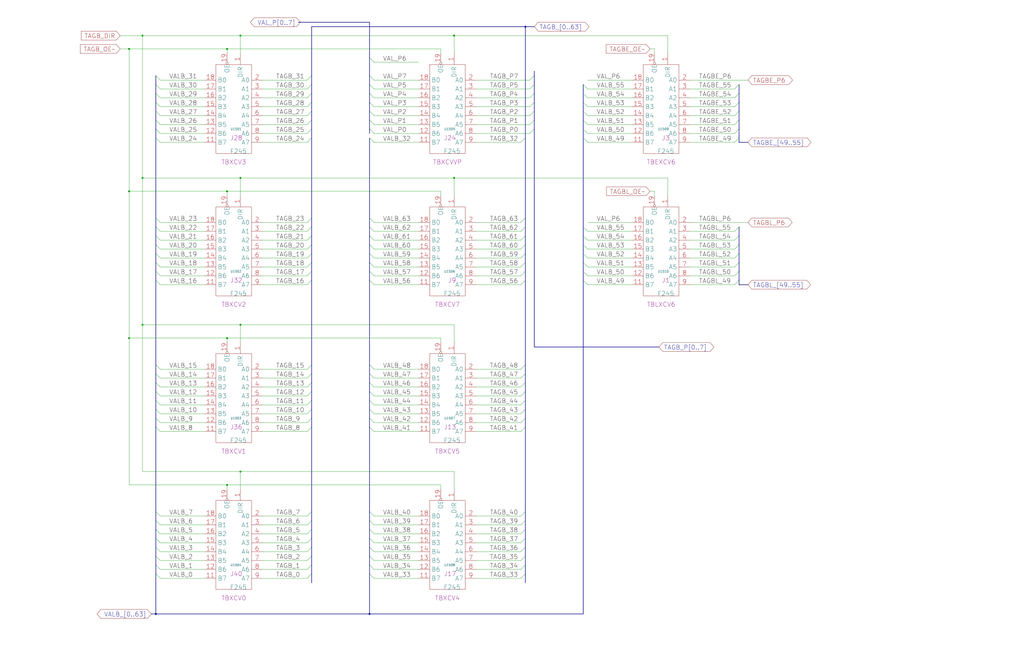
<source format=kicad_sch>
(kicad_sch (version 20230121) (generator eeschema)
  (paper "User" 584.2 378.46)
  (title_block (title "TAG B RAMS\\nTRANSCEIVERS") (date "08-MAR-90") (rev "0.0") (comment 1 "MEM32 BOARD") (comment 2 "232-003066") (comment 3 "S400") (comment 4 "RELEASED"))
  (lib_symbols
    (symbol "r1000:F245" (pin_names (offset 1.016))
      (property "Reference" "U" (at 2.54 5.08 0))
      (property "Value" "F245" (at -3.81 -7.62 0))
      (property "Location" "___" (at -1.27 0 0))
      (property "Name" "______" (at 3.81 -15.24 0))
      (symbol "F245_1_1"
        (rectangle (start -6.35 41.91) (end 13.97 -8.89))
        (circle (center 7.62 42.545) (radius 0.635))
        (pin input line (at 0 48.26 270) (length 6.35) (name "DIR") (number "1"))
        (pin bidirectional line (at 20.32 -2.54 180) (length 6.35) (name "B7") (number "11"))
        (pin bidirectional line (at 20.32 2.54 180) (length 6.35) (name "B6") (number "12"))
        (pin bidirectional line (at 20.32 7.62 180) (length 6.35) (name "B5") (number "13"))
        (pin bidirectional line (at 20.32 12.7 180) (length 6.35) (name "B4") (number "14"))
        (pin bidirectional line (at 20.32 17.78 180) (length 6.35) (name "B3") (number "15"))
        (pin bidirectional line (at 20.32 22.86 180) (length 6.35) (name "B2") (number "16"))
        (pin bidirectional line (at 20.32 27.94 180) (length 6.35) (name "B1") (number "17"))
        (pin bidirectional line (at 20.32 33.02 180) (length 6.35) (name "B0") (number "18"))
        (pin input line (at 7.62 48.26 270) (length 5.08) (name "OE") (number "19"))
        (pin bidirectional line (at -12.7 33.02 0) (length 6.35) (name "A0") (number "2"))
        (pin bidirectional line (at -12.7 27.94 0) (length 6.35) (name "A1") (number "3"))
        (pin bidirectional line (at -12.7 22.86 0) (length 6.35) (name "A2") (number "4"))
        (pin bidirectional line (at -12.7 17.78 0) (length 6.35) (name "A3") (number "5"))
        (pin bidirectional line (at -12.7 12.7 0) (length 6.35) (name "A4") (number "6"))
        (pin bidirectional line (at -12.7 7.62 0) (length 6.35) (name "A5") (number "7"))
        (pin bidirectional line (at -12.7 2.54 0) (length 6.35) (name "A6") (number "8"))
        (pin bidirectional line (at -12.7 -2.54 0) (length 6.35) (name "A7") (number "9"))
      )
    )
  )
  (junction (at 81.28 101.6))
  (junction (at 81.28 185.42))
  (junction (at 88.9 350.52))
  (junction (at 137.16 20.32))
  (junction (at 259.08 20.32))
  (junction (at 129.54 276.86))
  (junction (at 210.82 350.52))
  (junction (at 137.16 269.24))
  (junction (at 81.28 20.32))
  (junction (at 259.08 101.6))
  (junction (at 129.54 109.22))
  (junction (at 129.54 193.04))
  (junction (at 73.66 193.04))
  (junction (at 129.54 27.94))
  (junction (at 137.16 101.6))
  (junction (at 73.66 27.94))
  (junction (at 73.66 109.22))
  (junction (at 137.16 185.42))
  (junction (at 299.72 15.24))
  (bus_entry (at 421.64 149.86) (size -2.54 2.54))
  (bus_entry (at 88.9 129.54) (size 2.54 2.54))
  (bus_entry (at 177.8 327.66) (size -2.54 2.54))
  (bus_entry (at 299.72 144.78) (size -2.54 2.54))
  (bus_entry (at 210.82 33.02) (size 2.54 2.54))
  (bus_entry (at 332.74 149.86) (size 2.54 2.54))
  (bus_entry (at 177.8 297.18) (size -2.54 2.54))
  (bus_entry (at 177.8 124.46) (size -2.54 2.54))
  (bus_entry (at 210.82 154.94) (size 2.54 2.54))
  (bus_entry (at 332.74 58.42) (size 2.54 2.54))
  (bus_entry (at 177.8 213.36) (size -2.54 2.54))
  (bus_entry (at 210.82 160.02) (size 2.54 2.54))
  (bus_entry (at 88.9 243.84) (size 2.54 2.54))
  (bus_entry (at 332.74 78.74) (size 2.54 2.54))
  (bus_entry (at 299.72 223.52) (size -2.54 2.54))
  (bus_entry (at 210.82 48.26) (size 2.54 2.54))
  (bus_entry (at 177.8 238.76) (size -2.54 2.54))
  (bus_entry (at 304.8 53.34) (size -2.54 2.54))
  (bus_entry (at 88.9 53.34) (size 2.54 2.54))
  (bus_entry (at 210.82 228.6) (size 2.54 2.54))
  (bus_entry (at 177.8 144.78) (size -2.54 2.54))
  (bus_entry (at 332.74 129.54) (size 2.54 2.54))
  (bus_entry (at 304.8 48.26) (size -2.54 2.54))
  (bus_entry (at 421.64 78.74) (size -2.54 2.54))
  (bus_entry (at 177.8 233.68) (size -2.54 2.54))
  (bus_entry (at 210.82 317.5) (size 2.54 2.54))
  (bus_entry (at 177.8 53.34) (size -2.54 2.54))
  (bus_entry (at 177.8 134.62) (size -2.54 2.54))
  (bus_entry (at 299.72 297.18) (size -2.54 2.54))
  (bus_entry (at 421.64 63.5) (size -2.54 2.54))
  (bus_entry (at 299.72 218.44) (size -2.54 2.54))
  (bus_entry (at 210.82 292.1) (size 2.54 2.54))
  (bus_entry (at 210.82 322.58) (size 2.54 2.54))
  (bus_entry (at 421.64 53.34) (size -2.54 2.54))
  (bus_entry (at 88.9 149.86) (size 2.54 2.54))
  (bus_entry (at 332.74 73.66) (size 2.54 2.54))
  (bus_entry (at 88.9 208.28) (size 2.54 2.54))
  (bus_entry (at 177.8 312.42) (size -2.54 2.54))
  (bus_entry (at 88.9 124.46) (size 2.54 2.54))
  (bus_entry (at 88.9 312.42) (size 2.54 2.54))
  (bus_entry (at 88.9 302.26) (size 2.54 2.54))
  (bus_entry (at 299.72 149.86) (size -2.54 2.54))
  (bus_entry (at 177.8 43.18) (size -2.54 2.54))
  (bus_entry (at 88.9 233.68) (size 2.54 2.54))
  (bus_entry (at 177.8 149.86) (size -2.54 2.54))
  (bus_entry (at 421.64 144.78) (size -2.54 2.54))
  (bus_entry (at 304.8 68.58) (size -2.54 2.54))
  (bus_entry (at 210.82 139.7) (size 2.54 2.54))
  (bus_entry (at 299.72 154.94) (size -2.54 2.54))
  (bus_entry (at 88.9 134.62) (size 2.54 2.54))
  (bus_entry (at 210.82 243.84) (size 2.54 2.54))
  (bus_entry (at 88.9 160.02) (size 2.54 2.54))
  (bus_entry (at 332.74 48.26) (size 2.54 2.54))
  (bus_entry (at 177.8 322.58) (size -2.54 2.54))
  (bus_entry (at 88.9 307.34) (size 2.54 2.54))
  (bus_entry (at 177.8 160.02) (size -2.54 2.54))
  (bus_entry (at 210.82 78.74) (size 2.54 2.54))
  (bus_entry (at 88.9 68.58) (size 2.54 2.54))
  (bus_entry (at 299.72 322.58) (size -2.54 2.54))
  (bus_entry (at 88.9 327.66) (size 2.54 2.54))
  (bus_entry (at 210.82 297.18) (size 2.54 2.54))
  (bus_entry (at 88.9 43.18) (size 2.54 2.54))
  (bus_entry (at 421.64 139.7) (size -2.54 2.54))
  (bus_entry (at 177.8 154.94) (size -2.54 2.54))
  (bus_entry (at 177.8 218.44) (size -2.54 2.54))
  (bus_entry (at 332.74 63.5) (size 2.54 2.54))
  (bus_entry (at 88.9 218.44) (size 2.54 2.54))
  (bus_entry (at 299.72 292.1) (size -2.54 2.54))
  (bus_entry (at 332.74 144.78) (size 2.54 2.54))
  (bus_entry (at 88.9 48.26) (size 2.54 2.54))
  (bus_entry (at 210.82 43.18) (size 2.54 2.54))
  (bus_entry (at 299.72 228.6) (size -2.54 2.54))
  (bus_entry (at 421.64 134.62) (size -2.54 2.54))
  (bus_entry (at 210.82 68.58) (size 2.54 2.54))
  (bus_entry (at 177.8 48.26) (size -2.54 2.54))
  (bus_entry (at 177.8 307.34) (size -2.54 2.54))
  (bus_entry (at 332.74 68.58) (size 2.54 2.54))
  (bus_entry (at 304.8 73.66) (size -2.54 2.54))
  (bus_entry (at 210.82 63.5) (size 2.54 2.54))
  (bus_entry (at 210.82 218.44) (size 2.54 2.54))
  (bus_entry (at 210.82 129.54) (size 2.54 2.54))
  (bus_entry (at 421.64 48.26) (size -2.54 2.54))
  (bus_entry (at 421.64 160.02) (size -2.54 2.54))
  (bus_entry (at 210.82 208.28) (size 2.54 2.54))
  (bus_entry (at 177.8 292.1) (size -2.54 2.54))
  (bus_entry (at 332.74 154.94) (size 2.54 2.54))
  (bus_entry (at 177.8 243.84) (size -2.54 2.54))
  (bus_entry (at 304.8 58.42) (size -2.54 2.54))
  (bus_entry (at 299.72 317.5) (size -2.54 2.54))
  (bus_entry (at 88.9 154.94) (size 2.54 2.54))
  (bus_entry (at 210.82 149.86) (size 2.54 2.54))
  (bus_entry (at 299.72 139.7) (size -2.54 2.54))
  (bus_entry (at 88.9 58.42) (size 2.54 2.54))
  (bus_entry (at 88.9 238.76) (size 2.54 2.54))
  (bus_entry (at 88.9 223.52) (size 2.54 2.54))
  (bus_entry (at 210.82 144.78) (size 2.54 2.54))
  (bus_entry (at 304.8 43.18) (size -2.54 2.54))
  (bus_entry (at 304.8 63.5) (size -2.54 2.54))
  (bus_entry (at 332.74 53.34) (size 2.54 2.54))
  (bus_entry (at 210.82 58.42) (size 2.54 2.54))
  (bus_entry (at 299.72 213.36) (size -2.54 2.54))
  (bus_entry (at 88.9 78.74) (size 2.54 2.54))
  (bus_entry (at 88.9 317.5) (size 2.54 2.54))
  (bus_entry (at 299.72 312.42) (size -2.54 2.54))
  (bus_entry (at 88.9 297.18) (size 2.54 2.54))
  (bus_entry (at 299.72 307.34) (size -2.54 2.54))
  (bus_entry (at 299.72 129.54) (size -2.54 2.54))
  (bus_entry (at 299.72 302.26) (size -2.54 2.54))
  (bus_entry (at 299.72 238.76) (size -2.54 2.54))
  (bus_entry (at 177.8 73.66) (size -2.54 2.54))
  (bus_entry (at 177.8 228.6) (size -2.54 2.54))
  (bus_entry (at 210.82 302.26) (size 2.54 2.54))
  (bus_entry (at 88.9 144.78) (size 2.54 2.54))
  (bus_entry (at 299.72 160.02) (size -2.54 2.54))
  (bus_entry (at 88.9 63.5) (size 2.54 2.54))
  (bus_entry (at 177.8 317.5) (size -2.54 2.54))
  (bus_entry (at 299.72 134.62) (size -2.54 2.54))
  (bus_entry (at 332.74 139.7) (size 2.54 2.54))
  (bus_entry (at 210.82 53.34) (size 2.54 2.54))
  (bus_entry (at 177.8 208.28) (size -2.54 2.54))
  (bus_entry (at 88.9 139.7) (size 2.54 2.54))
  (bus_entry (at 88.9 228.6) (size 2.54 2.54))
  (bus_entry (at 177.8 68.58) (size -2.54 2.54))
  (bus_entry (at 210.82 124.46) (size 2.54 2.54))
  (bus_entry (at 299.72 327.66) (size -2.54 2.54))
  (bus_entry (at 299.72 233.68) (size -2.54 2.54))
  (bus_entry (at 210.82 73.66) (size 2.54 2.54))
  (bus_entry (at 210.82 327.66) (size 2.54 2.54))
  (bus_entry (at 210.82 233.68) (size 2.54 2.54))
  (bus_entry (at 421.64 129.54) (size -2.54 2.54))
  (bus_entry (at 88.9 292.1) (size 2.54 2.54))
  (bus_entry (at 421.64 73.66) (size -2.54 2.54))
  (bus_entry (at 421.64 58.42) (size -2.54 2.54))
  (bus_entry (at 332.74 160.02) (size 2.54 2.54))
  (bus_entry (at 88.9 213.36) (size 2.54 2.54))
  (bus_entry (at 210.82 134.62) (size 2.54 2.54))
  (bus_entry (at 177.8 139.7) (size -2.54 2.54))
  (bus_entry (at 421.64 154.94) (size -2.54 2.54))
  (bus_entry (at 177.8 78.74) (size -2.54 2.54))
  (bus_entry (at 299.72 124.46) (size -2.54 2.54))
  (bus_entry (at 210.82 238.76) (size 2.54 2.54))
  (bus_entry (at 210.82 223.52) (size 2.54 2.54))
  (bus_entry (at 299.72 243.84) (size -2.54 2.54))
  (bus_entry (at 299.72 208.28) (size -2.54 2.54))
  (bus_entry (at 177.8 63.5) (size -2.54 2.54))
  (bus_entry (at 177.8 129.54) (size -2.54 2.54))
  (bus_entry (at 332.74 134.62) (size 2.54 2.54))
  (bus_entry (at 210.82 307.34) (size 2.54 2.54))
  (bus_entry (at 177.8 58.42) (size -2.54 2.54))
  (bus_entry (at 177.8 302.26) (size -2.54 2.54))
  (bus_entry (at 88.9 322.58) (size 2.54 2.54))
  (bus_entry (at 210.82 213.36) (size 2.54 2.54))
  (bus_entry (at 210.82 312.42) (size 2.54 2.54))
  (bus_entry (at 88.9 73.66) (size 2.54 2.54))
  (bus_entry (at 177.8 223.52) (size -2.54 2.54))
  (bus_entry (at 299.72 78.74) (size -2.54 2.54))
  (bus_entry (at 421.64 68.58) (size -2.54 2.54))
  (bus (pts (xy 210.82 124.46) (xy 210.82 129.54)))
  (bus (pts (xy 210.82 218.44) (xy 210.82 223.52)))
  (bus (pts (xy 421.64 63.5) (xy 421.64 68.58)))
  (wire (pts (xy 91.44 147.32) (xy 116.84 147.32)))
  (wire (pts (xy 73.66 27.94) (xy 129.54 27.94)))
  (bus (pts (xy 299.72 302.26) (xy 299.72 307.34)))
  (wire (pts (xy 91.44 50.8) (xy 116.84 50.8)))
  (wire (pts (xy 271.78 147.32) (xy 297.18 147.32)))
  (bus (pts (xy 299.72 322.58) (xy 299.72 327.66)))
  (wire (pts (xy 213.36 241.3) (xy 238.76 241.3)))
  (bus (pts (xy 177.8 228.6) (xy 177.8 233.68)))
  (wire (pts (xy 137.16 185.42) (xy 137.16 195.58)))
  (wire (pts (xy 213.36 210.82) (xy 238.76 210.82)))
  (bus (pts (xy 88.9 243.84) (xy 88.9 292.1)))
  (wire (pts (xy 271.78 157.48) (xy 297.18 157.48)))
  (bus (pts (xy 210.82 63.5) (xy 210.82 68.58)))
  (bus (pts (xy 210.82 33.02) (xy 210.82 43.18)))
  (wire (pts (xy 335.28 127) (xy 360.68 127)))
  (bus (pts (xy 299.72 228.6) (xy 299.72 233.68)))
  (wire (pts (xy 259.08 185.42) (xy 259.08 195.58)))
  (wire (pts (xy 149.86 55.88) (xy 175.26 55.88)))
  (bus (pts (xy 299.72 317.5) (xy 299.72 322.58)))
  (wire (pts (xy 73.66 193.04) (xy 129.54 193.04)))
  (bus (pts (xy 421.64 154.94) (xy 421.64 160.02)))
  (wire (pts (xy 271.78 60.96) (xy 302.26 60.96)))
  (bus (pts (xy 88.9 213.36) (xy 88.9 218.44)))
  (wire (pts (xy 149.86 304.8) (xy 175.26 304.8)))
  (wire (pts (xy 251.46 109.22) (xy 251.46 111.76)))
  (wire (pts (xy 335.28 157.48) (xy 360.68 157.48)))
  (bus (pts (xy 88.9 160.02) (xy 88.9 208.28)))
  (wire (pts (xy 213.36 236.22) (xy 238.76 236.22)))
  (wire (pts (xy 149.86 325.12) (xy 175.26 325.12)))
  (wire (pts (xy 129.54 193.04) (xy 251.46 193.04)))
  (wire (pts (xy 91.44 325.12) (xy 116.84 325.12)))
  (bus (pts (xy 421.64 160.02) (xy 421.64 162.56)))
  (wire (pts (xy 137.16 185.42) (xy 259.08 185.42)))
  (bus (pts (xy 177.8 149.86) (xy 177.8 154.94)))
  (bus (pts (xy 299.72 78.74) (xy 299.72 124.46)))
  (bus (pts (xy 88.9 218.44) (xy 88.9 223.52)))
  (wire (pts (xy 149.86 157.48) (xy 175.26 157.48)))
  (bus (pts (xy 177.8 297.18) (xy 177.8 302.26)))
  (wire (pts (xy 149.86 320.04) (xy 175.26 320.04)))
  (wire (pts (xy 137.16 101.6) (xy 137.16 111.76)))
  (bus (pts (xy 177.8 233.68) (xy 177.8 238.76)))
  (wire (pts (xy 149.86 132.08) (xy 175.26 132.08)))
  (bus (pts (xy 304.8 53.34) (xy 304.8 58.42)))
  (wire (pts (xy 91.44 231.14) (xy 116.84 231.14)))
  (wire (pts (xy 91.44 55.88) (xy 116.84 55.88)))
  (wire (pts (xy 335.28 142.24) (xy 360.68 142.24)))
  (wire (pts (xy 149.86 236.22) (xy 175.26 236.22)))
  (bus (pts (xy 332.74 53.34) (xy 332.74 58.42)))
  (bus (pts (xy 332.74 68.58) (xy 332.74 73.66)))
  (wire (pts (xy 213.36 60.96) (xy 238.76 60.96)))
  (wire (pts (xy 271.78 241.3) (xy 297.18 241.3)))
  (bus (pts (xy 177.8 134.62) (xy 177.8 139.7)))
  (wire (pts (xy 91.44 304.8) (xy 116.84 304.8)))
  (wire (pts (xy 335.28 45.72) (xy 360.68 45.72)))
  (wire (pts (xy 129.54 109.22) (xy 251.46 109.22)))
  (bus (pts (xy 421.64 129.54) (xy 421.64 134.62)))
  (bus (pts (xy 177.8 139.7) (xy 177.8 144.78)))
  (wire (pts (xy 271.78 325.12) (xy 297.18 325.12)))
  (wire (pts (xy 213.36 325.12) (xy 238.76 325.12)))
  (bus (pts (xy 210.82 312.42) (xy 210.82 317.5)))
  (wire (pts (xy 149.86 220.98) (xy 175.26 220.98)))
  (wire (pts (xy 213.36 157.48) (xy 238.76 157.48)))
  (bus (pts (xy 88.9 322.58) (xy 88.9 327.66)))
  (bus (pts (xy 210.82 12.7) (xy 210.82 33.02)))
  (bus (pts (xy 332.74 139.7) (xy 332.74 144.78)))
  (wire (pts (xy 129.54 193.04) (xy 129.54 195.58)))
  (bus (pts (xy 88.9 149.86) (xy 88.9 154.94)))
  (wire (pts (xy 213.36 220.98) (xy 238.76 220.98)))
  (bus (pts (xy 177.8 312.42) (xy 177.8 317.5)))
  (wire (pts (xy 213.36 294.64) (xy 238.76 294.64)))
  (bus (pts (xy 177.8 15.24) (xy 177.8 43.18)))
  (bus (pts (xy 299.72 15.24) (xy 304.8 15.24)))
  (wire (pts (xy 259.08 101.6) (xy 137.16 101.6)))
  (wire (pts (xy 381 101.6) (xy 381 111.76)))
  (wire (pts (xy 213.36 127) (xy 238.76 127)))
  (bus (pts (xy 421.64 68.58) (xy 421.64 73.66)))
  (wire (pts (xy 213.36 81.28) (xy 238.76 81.28)))
  (wire (pts (xy 81.28 101.6) (xy 81.28 185.42)))
  (bus (pts (xy 210.82 228.6) (xy 210.82 233.68)))
  (bus (pts (xy 210.82 243.84) (xy 210.82 292.1)))
  (wire (pts (xy 393.7 76.2) (xy 419.1 76.2)))
  (wire (pts (xy 149.86 246.38) (xy 175.26 246.38)))
  (wire (pts (xy 335.28 162.56) (xy 360.68 162.56)))
  (wire (pts (xy 91.44 71.12) (xy 116.84 71.12)))
  (wire (pts (xy 271.78 215.9) (xy 297.18 215.9)))
  (wire (pts (xy 259.08 20.32) (xy 137.16 20.32)))
  (wire (pts (xy 271.78 142.24) (xy 297.18 142.24)))
  (wire (pts (xy 149.86 231.14) (xy 175.26 231.14)))
  (bus (pts (xy 299.72 124.46) (xy 299.72 129.54)))
  (bus (pts (xy 177.8 223.52) (xy 177.8 228.6)))
  (wire (pts (xy 213.36 71.12) (xy 238.76 71.12)))
  (bus (pts (xy 88.9 208.28) (xy 88.9 213.36)))
  (bus (pts (xy 177.8 53.34) (xy 177.8 58.42)))
  (wire (pts (xy 259.08 20.32) (xy 259.08 30.48)))
  (bus (pts (xy 88.9 307.34) (xy 88.9 312.42)))
  (bus (pts (xy 210.82 134.62) (xy 210.82 139.7)))
  (bus (pts (xy 177.8 124.46) (xy 177.8 129.54)))
  (bus (pts (xy 210.82 307.34) (xy 210.82 312.42)))
  (wire (pts (xy 259.08 20.32) (xy 381 20.32)))
  (wire (pts (xy 335.28 147.32) (xy 360.68 147.32)))
  (bus (pts (xy 332.74 149.86) (xy 332.74 154.94)))
  (bus (pts (xy 304.8 68.58) (xy 304.8 73.66)))
  (wire (pts (xy 259.08 101.6) (xy 259.08 111.76)))
  (bus (pts (xy 421.64 81.28) (xy 426.72 81.28)))
  (wire (pts (xy 393.7 71.12) (xy 419.1 71.12)))
  (bus (pts (xy 210.82 129.54) (xy 210.82 134.62)))
  (wire (pts (xy 213.36 50.8) (xy 238.76 50.8)))
  (wire (pts (xy 271.78 294.64) (xy 297.18 294.64)))
  (bus (pts (xy 88.9 228.6) (xy 88.9 233.68)))
  (bus (pts (xy 88.9 124.46) (xy 88.9 129.54)))
  (bus (pts (xy 304.8 43.18) (xy 304.8 48.26)))
  (bus (pts (xy 332.74 144.78) (xy 332.74 149.86)))
  (bus (pts (xy 299.72 134.62) (xy 299.72 139.7)))
  (wire (pts (xy 213.36 320.04) (xy 238.76 320.04)))
  (bus (pts (xy 332.74 63.5) (xy 332.74 68.58)))
  (bus (pts (xy 421.64 78.74) (xy 421.64 81.28)))
  (wire (pts (xy 149.86 81.28) (xy 175.26 81.28)))
  (wire (pts (xy 91.44 309.88) (xy 116.84 309.88)))
  (wire (pts (xy 271.78 132.08) (xy 297.18 132.08)))
  (wire (pts (xy 81.28 185.42) (xy 137.16 185.42)))
  (wire (pts (xy 271.78 314.96) (xy 297.18 314.96)))
  (wire (pts (xy 271.78 246.38) (xy 297.18 246.38)))
  (wire (pts (xy 91.44 137.16) (xy 116.84 137.16)))
  (wire (pts (xy 271.78 210.82) (xy 297.18 210.82)))
  (wire (pts (xy 129.54 276.86) (xy 129.54 279.4)))
  (wire (pts (xy 91.44 210.82) (xy 116.84 210.82)))
  (bus (pts (xy 88.9 58.42) (xy 88.9 63.5)))
  (wire (pts (xy 393.7 45.72) (xy 426.72 45.72)))
  (wire (pts (xy 251.46 193.04) (xy 251.46 195.58)))
  (wire (pts (xy 91.44 142.24) (xy 116.84 142.24)))
  (wire (pts (xy 271.78 71.12) (xy 302.26 71.12)))
  (bus (pts (xy 88.9 292.1) (xy 88.9 297.18)))
  (wire (pts (xy 91.44 60.96) (xy 116.84 60.96)))
  (bus (pts (xy 299.72 243.84) (xy 299.72 292.1)))
  (wire (pts (xy 393.7 55.88) (xy 419.1 55.88)))
  (wire (pts (xy 393.7 162.56) (xy 419.1 162.56)))
  (bus (pts (xy 88.9 312.42) (xy 88.9 317.5)))
  (wire (pts (xy 271.78 320.04) (xy 297.18 320.04)))
  (wire (pts (xy 271.78 220.98) (xy 297.18 220.98)))
  (wire (pts (xy 271.78 162.56) (xy 297.18 162.56)))
  (wire (pts (xy 91.44 81.28) (xy 116.84 81.28)))
  (wire (pts (xy 271.78 127) (xy 297.18 127)))
  (bus (pts (xy 177.8 144.78) (xy 177.8 149.86)))
  (bus (pts (xy 304.8 73.66) (xy 304.8 198.12)))
  (bus (pts (xy 210.82 327.66) (xy 210.82 350.52)))
  (wire (pts (xy 213.36 314.96) (xy 238.76 314.96)))
  (bus (pts (xy 177.8 68.58) (xy 177.8 73.66)))
  (bus (pts (xy 210.82 48.26) (xy 210.82 53.34)))
  (wire (pts (xy 373.38 109.22) (xy 373.38 111.76)))
  (wire (pts (xy 213.36 132.08) (xy 238.76 132.08)))
  (wire (pts (xy 149.86 142.24) (xy 175.26 142.24)))
  (bus (pts (xy 299.72 129.54) (xy 299.72 134.62)))
  (bus (pts (xy 88.9 129.54) (xy 88.9 134.62)))
  (wire (pts (xy 251.46 276.86) (xy 129.54 276.86)))
  (bus (pts (xy 210.82 53.34) (xy 210.82 58.42)))
  (wire (pts (xy 91.44 241.3) (xy 116.84 241.3)))
  (wire (pts (xy 91.44 294.64) (xy 116.84 294.64)))
  (wire (pts (xy 91.44 299.72) (xy 116.84 299.72)))
  (bus (pts (xy 210.82 149.86) (xy 210.82 154.94)))
  (bus (pts (xy 299.72 223.52) (xy 299.72 228.6)))
  (wire (pts (xy 213.36 299.72) (xy 238.76 299.72)))
  (bus (pts (xy 177.8 302.26) (xy 177.8 307.34)))
  (bus (pts (xy 88.9 48.26) (xy 88.9 53.34)))
  (wire (pts (xy 149.86 152.4) (xy 175.26 152.4)))
  (wire (pts (xy 393.7 81.28) (xy 419.1 81.28)))
  (bus (pts (xy 210.82 68.58) (xy 210.82 73.66)))
  (wire (pts (xy 91.44 162.56) (xy 116.84 162.56)))
  (wire (pts (xy 73.66 109.22) (xy 73.66 27.94)))
  (bus (pts (xy 421.64 144.78) (xy 421.64 149.86)))
  (wire (pts (xy 213.36 147.32) (xy 238.76 147.32)))
  (wire (pts (xy 129.54 109.22) (xy 129.54 111.76)))
  (wire (pts (xy 129.54 276.86) (xy 73.66 276.86)))
  (bus (pts (xy 332.74 129.54) (xy 332.74 134.62)))
  (bus (pts (xy 88.9 68.58) (xy 88.9 73.66)))
  (bus (pts (xy 421.64 73.66) (xy 421.64 78.74)))
  (bus (pts (xy 210.82 160.02) (xy 210.82 208.28)))
  (wire (pts (xy 271.78 330.2) (xy 297.18 330.2)))
  (bus (pts (xy 177.8 327.66) (xy 177.8 332.74)))
  (wire (pts (xy 91.44 76.2) (xy 116.84 76.2)))
  (wire (pts (xy 149.86 299.72) (xy 175.26 299.72)))
  (bus (pts (xy 170.18 12.7) (xy 210.82 12.7)))
  (wire (pts (xy 213.36 152.4) (xy 238.76 152.4)))
  (bus (pts (xy 210.82 292.1) (xy 210.82 297.18)))
  (wire (pts (xy 370.84 27.94) (xy 373.38 27.94)))
  (wire (pts (xy 393.7 127) (xy 426.72 127)))
  (bus (pts (xy 210.82 322.58) (xy 210.82 327.66)))
  (wire (pts (xy 271.78 152.4) (xy 297.18 152.4)))
  (bus (pts (xy 304.8 63.5) (xy 304.8 68.58)))
  (wire (pts (xy 393.7 147.32) (xy 419.1 147.32)))
  (bus (pts (xy 299.72 297.18) (xy 299.72 302.26)))
  (wire (pts (xy 381 20.32) (xy 381 30.48)))
  (bus (pts (xy 177.8 243.84) (xy 177.8 292.1)))
  (wire (pts (xy 335.28 132.08) (xy 360.68 132.08)))
  (bus (pts (xy 299.72 327.66) (xy 299.72 332.74)))
  (bus (pts (xy 177.8 317.5) (xy 177.8 322.58)))
  (bus (pts (xy 210.82 144.78) (xy 210.82 149.86)))
  (wire (pts (xy 149.86 215.9) (xy 175.26 215.9)))
  (bus (pts (xy 86.36 350.52) (xy 88.9 350.52)))
  (bus (pts (xy 88.9 302.26) (xy 88.9 307.34)))
  (wire (pts (xy 149.86 137.16) (xy 175.26 137.16)))
  (wire (pts (xy 393.7 152.4) (xy 419.1 152.4)))
  (bus (pts (xy 88.9 327.66) (xy 88.9 350.52)))
  (wire (pts (xy 335.28 55.88) (xy 360.68 55.88)))
  (wire (pts (xy 137.16 20.32) (xy 81.28 20.32)))
  (wire (pts (xy 271.78 55.88) (xy 302.26 55.88)))
  (wire (pts (xy 271.78 66.04) (xy 302.26 66.04)))
  (bus (pts (xy 177.8 78.74) (xy 177.8 124.46)))
  (wire (pts (xy 149.86 76.2) (xy 175.26 76.2)))
  (bus (pts (xy 210.82 213.36) (xy 210.82 218.44)))
  (wire (pts (xy 68.58 20.32) (xy 81.28 20.32)))
  (bus (pts (xy 177.8 154.94) (xy 177.8 160.02)))
  (bus (pts (xy 88.9 144.78) (xy 88.9 149.86)))
  (bus (pts (xy 299.72 154.94) (xy 299.72 160.02)))
  (wire (pts (xy 149.86 45.72) (xy 175.26 45.72)))
  (bus (pts (xy 177.8 292.1) (xy 177.8 297.18)))
  (bus (pts (xy 421.64 149.86) (xy 421.64 154.94)))
  (wire (pts (xy 393.7 157.48) (xy 419.1 157.48)))
  (wire (pts (xy 393.7 60.96) (xy 419.1 60.96)))
  (bus (pts (xy 299.72 208.28) (xy 299.72 213.36)))
  (wire (pts (xy 251.46 27.94) (xy 251.46 30.48)))
  (bus (pts (xy 88.9 134.62) (xy 88.9 139.7)))
  (bus (pts (xy 332.74 154.94) (xy 332.74 160.02)))
  (bus (pts (xy 88.9 238.76) (xy 88.9 243.84)))
  (wire (pts (xy 91.44 66.04) (xy 116.84 66.04)))
  (wire (pts (xy 91.44 226.06) (xy 116.84 226.06)))
  (wire (pts (xy 335.28 66.04) (xy 360.68 66.04)))
  (bus (pts (xy 177.8 208.28) (xy 177.8 213.36)))
  (bus (pts (xy 88.9 53.34) (xy 88.9 58.42)))
  (bus (pts (xy 210.82 73.66) (xy 210.82 76.2)))
  (bus (pts (xy 177.8 129.54) (xy 177.8 134.62)))
  (wire (pts (xy 129.54 27.94) (xy 129.54 30.48)))
  (wire (pts (xy 271.78 76.2) (xy 302.26 76.2)))
  (wire (pts (xy 137.16 101.6) (xy 81.28 101.6)))
  (bus (pts (xy 177.8 63.5) (xy 177.8 68.58)))
  (bus (pts (xy 210.82 43.18) (xy 210.82 48.26)))
  (wire (pts (xy 149.86 127) (xy 175.26 127)))
  (bus (pts (xy 299.72 149.86) (xy 299.72 154.94)))
  (wire (pts (xy 335.28 60.96) (xy 360.68 60.96)))
  (wire (pts (xy 213.36 76.2) (xy 238.76 76.2)))
  (bus (pts (xy 210.82 78.74) (xy 210.82 124.46)))
  (wire (pts (xy 91.44 157.48) (xy 116.84 157.48)))
  (bus (pts (xy 210.82 58.42) (xy 210.82 63.5)))
  (wire (pts (xy 91.44 127) (xy 116.84 127)))
  (bus (pts (xy 88.9 139.7) (xy 88.9 144.78)))
  (wire (pts (xy 73.66 276.86) (xy 73.66 193.04)))
  (bus (pts (xy 210.82 223.52) (xy 210.82 228.6)))
  (bus (pts (xy 332.74 78.74) (xy 332.74 129.54)))
  (bus (pts (xy 304.8 198.12) (xy 375.92 198.12)))
  (wire (pts (xy 271.78 226.06) (xy 297.18 226.06)))
  (wire (pts (xy 271.78 231.14) (xy 297.18 231.14)))
  (wire (pts (xy 149.86 66.04) (xy 175.26 66.04)))
  (bus (pts (xy 299.72 213.36) (xy 299.72 218.44)))
  (bus (pts (xy 421.64 48.26) (xy 421.64 53.34)))
  (wire (pts (xy 149.86 60.96) (xy 175.26 60.96)))
  (bus (pts (xy 177.8 307.34) (xy 177.8 312.42)))
  (bus (pts (xy 88.9 154.94) (xy 88.9 160.02)))
  (bus (pts (xy 177.8 160.02) (xy 177.8 208.28)))
  (wire (pts (xy 213.36 304.8) (xy 238.76 304.8)))
  (bus (pts (xy 332.74 350.52) (xy 210.82 350.52)))
  (bus (pts (xy 299.72 218.44) (xy 299.72 223.52)))
  (bus (pts (xy 421.64 53.34) (xy 421.64 58.42)))
  (bus (pts (xy 88.9 297.18) (xy 88.9 302.26)))
  (wire (pts (xy 149.86 330.2) (xy 175.26 330.2)))
  (bus (pts (xy 177.8 15.24) (xy 299.72 15.24)))
  (bus (pts (xy 304.8 48.26) (xy 304.8 53.34)))
  (wire (pts (xy 149.86 309.88) (xy 175.26 309.88)))
  (bus (pts (xy 210.82 297.18) (xy 210.82 302.26)))
  (wire (pts (xy 137.16 269.24) (xy 259.08 269.24)))
  (bus (pts (xy 88.9 233.68) (xy 88.9 238.76)))
  (bus (pts (xy 88.9 317.5) (xy 88.9 322.58)))
  (bus (pts (xy 421.64 134.62) (xy 421.64 139.7)))
  (wire (pts (xy 213.36 162.56) (xy 238.76 162.56)))
  (wire (pts (xy 149.86 50.8) (xy 175.26 50.8)))
  (bus (pts (xy 299.72 139.7) (xy 299.72 144.78)))
  (bus (pts (xy 332.74 73.66) (xy 332.74 78.74)))
  (wire (pts (xy 91.44 236.22) (xy 116.84 236.22)))
  (bus (pts (xy 210.82 208.28) (xy 210.82 213.36)))
  (bus (pts (xy 332.74 134.62) (xy 332.74 139.7)))
  (wire (pts (xy 335.28 50.8) (xy 360.68 50.8)))
  (wire (pts (xy 335.28 81.28) (xy 360.68 81.28)))
  (wire (pts (xy 393.7 137.16) (xy 419.1 137.16)))
  (wire (pts (xy 213.36 246.38) (xy 238.76 246.38)))
  (wire (pts (xy 149.86 314.96) (xy 175.26 314.96)))
  (bus (pts (xy 332.74 160.02) (xy 332.74 350.52)))
  (wire (pts (xy 91.44 45.72) (xy 116.84 45.72)))
  (bus (pts (xy 299.72 233.68) (xy 299.72 238.76)))
  (wire (pts (xy 213.36 226.06) (xy 238.76 226.06)))
  (bus (pts (xy 88.9 63.5) (xy 88.9 68.58)))
  (bus (pts (xy 421.64 58.42) (xy 421.64 63.5)))
  (wire (pts (xy 137.16 269.24) (xy 137.16 279.4)))
  (wire (pts (xy 91.44 215.9) (xy 116.84 215.9)))
  (bus (pts (xy 299.72 144.78) (xy 299.72 149.86)))
  (wire (pts (xy 213.36 215.9) (xy 238.76 215.9)))
  (bus (pts (xy 88.9 78.74) (xy 88.9 124.46)))
  (wire (pts (xy 149.86 210.82) (xy 175.26 210.82)))
  (bus (pts (xy 332.74 58.42) (xy 332.74 63.5)))
  (wire (pts (xy 271.78 137.16) (xy 297.18 137.16)))
  (wire (pts (xy 213.36 142.24) (xy 238.76 142.24)))
  (bus (pts (xy 210.82 302.26) (xy 210.82 307.34)))
  (bus (pts (xy 332.74 48.26) (xy 332.74 53.34)))
  (wire (pts (xy 271.78 299.72) (xy 297.18 299.72)))
  (wire (pts (xy 213.36 66.04) (xy 238.76 66.04)))
  (wire (pts (xy 213.36 309.88) (xy 238.76 309.88)))
  (bus (pts (xy 210.82 154.94) (xy 210.82 160.02)))
  (wire (pts (xy 91.44 132.08) (xy 116.84 132.08)))
  (wire (pts (xy 213.36 137.16) (xy 238.76 137.16)))
  (bus (pts (xy 177.8 238.76) (xy 177.8 243.84)))
  (bus (pts (xy 177.8 322.58) (xy 177.8 327.66)))
  (wire (pts (xy 393.7 50.8) (xy 419.1 50.8)))
  (bus (pts (xy 421.64 162.56) (xy 426.72 162.56)))
  (wire (pts (xy 81.28 269.24) (xy 137.16 269.24)))
  (bus (pts (xy 177.8 48.26) (xy 177.8 53.34)))
  (wire (pts (xy 271.78 309.88) (xy 297.18 309.88)))
  (wire (pts (xy 213.36 55.88) (xy 238.76 55.88)))
  (wire (pts (xy 68.58 27.94) (xy 73.66 27.94)))
  (bus (pts (xy 210.82 238.76) (xy 210.82 243.84)))
  (bus (pts (xy 299.72 307.34) (xy 299.72 312.42)))
  (wire (pts (xy 129.54 27.94) (xy 251.46 27.94)))
  (wire (pts (xy 213.36 35.56) (xy 238.76 35.56)))
  (bus (pts (xy 304.8 58.42) (xy 304.8 63.5)))
  (wire (pts (xy 381 101.6) (xy 259.08 101.6)))
  (wire (pts (xy 137.16 20.32) (xy 137.16 30.48)))
  (bus (pts (xy 299.72 160.02) (xy 299.72 208.28)))
  (bus (pts (xy 299.72 292.1) (xy 299.72 297.18)))
  (wire (pts (xy 91.44 246.38) (xy 116.84 246.38)))
  (wire (pts (xy 370.84 109.22) (xy 373.38 109.22)))
  (bus (pts (xy 177.8 218.44) (xy 177.8 223.52)))
  (bus (pts (xy 210.82 317.5) (xy 210.82 322.58)))
  (wire (pts (xy 271.78 236.22) (xy 297.18 236.22)))
  (wire (pts (xy 213.36 330.2) (xy 238.76 330.2)))
  (bus (pts (xy 210.82 139.7) (xy 210.82 144.78)))
  (wire (pts (xy 213.36 45.72) (xy 238.76 45.72)))
  (wire (pts (xy 213.36 231.14) (xy 238.76 231.14)))
  (wire (pts (xy 393.7 132.08) (xy 419.1 132.08)))
  (wire (pts (xy 149.86 226.06) (xy 175.26 226.06)))
  (wire (pts (xy 91.44 220.98) (xy 116.84 220.98)))
  (wire (pts (xy 91.44 330.2) (xy 116.84 330.2)))
  (bus (pts (xy 210.82 233.68) (xy 210.82 238.76)))
  (wire (pts (xy 271.78 45.72) (xy 302.26 45.72)))
  (wire (pts (xy 149.86 162.56) (xy 175.26 162.56)))
  (bus (pts (xy 88.9 73.66) (xy 88.9 78.74)))
  (wire (pts (xy 335.28 152.4) (xy 360.68 152.4)))
  (wire (pts (xy 271.78 304.8) (xy 297.18 304.8)))
  (wire (pts (xy 91.44 320.04) (xy 116.84 320.04)))
  (wire (pts (xy 393.7 142.24) (xy 419.1 142.24)))
  (wire (pts (xy 149.86 147.32) (xy 175.26 147.32)))
  (wire (pts (xy 81.28 185.42) (xy 81.28 269.24)))
  (bus (pts (xy 299.72 15.24) (xy 299.72 78.74)))
  (bus (pts (xy 421.64 139.7) (xy 421.64 144.78)))
  (wire (pts (xy 259.08 269.24) (xy 259.08 279.4)))
  (wire (pts (xy 91.44 314.96) (xy 116.84 314.96)))
  (wire (pts (xy 373.38 27.94) (xy 373.38 30.48)))
  (wire (pts (xy 73.66 193.04) (xy 73.66 109.22)))
  (wire (pts (xy 271.78 81.28) (xy 297.18 81.28)))
  (bus (pts (xy 177.8 43.18) (xy 177.8 48.26)))
  (wire (pts (xy 149.86 241.3) (xy 175.26 241.3)))
  (wire (pts (xy 393.7 66.04) (xy 419.1 66.04)))
  (bus (pts (xy 88.9 43.18) (xy 88.9 48.26)))
  (wire (pts (xy 149.86 294.64) (xy 175.26 294.64)))
  (bus (pts (xy 88.9 350.52) (xy 210.82 350.52)))
  (wire (pts (xy 149.86 71.12) (xy 175.26 71.12)))
  (wire (pts (xy 73.66 109.22) (xy 129.54 109.22)))
  (bus (pts (xy 304.8 40.64) (xy 304.8 43.18)))
  (bus (pts (xy 299.72 312.42) (xy 299.72 317.5)))
  (wire (pts (xy 335.28 76.2) (xy 360.68 76.2)))
  (wire (pts (xy 91.44 152.4) (xy 116.84 152.4)))
  (bus (pts (xy 177.8 73.66) (xy 177.8 78.74)))
  (bus (pts (xy 177.8 58.42) (xy 177.8 63.5)))
  (wire (pts (xy 81.28 20.32) (xy 81.28 101.6)))
  (bus (pts (xy 88.9 223.52) (xy 88.9 228.6)))
  (wire (pts (xy 251.46 276.86) (xy 251.46 279.4)))
  (bus (pts (xy 177.8 213.36) (xy 177.8 218.44)))
  (bus (pts (xy 299.72 238.76) (xy 299.72 243.84)))
  (wire (pts (xy 271.78 50.8) (xy 302.26 50.8)))
  (wire (pts (xy 335.28 71.12) (xy 360.68 71.12)))
  (wire (pts (xy 335.28 137.16) (xy 360.68 137.16)))
  (label "VALB_51" (at 340.36 71.12 0) (effects (font (size 2.54 2.54))))
  (label "TAGB_42" (at 279.4 241.3 0) (effects (font (size 2.54 2.54))))
  (label "TAGB_44" (at 279.4 231.14 0) (effects (font (size 2.54 2.54))))
  (label "TAGBE_54" (at 398.78 55.88 0) (effects (font (size 2.54 2.54))))
  (label "TAGB_61" (at 279.4 137.16 0) (effects (font (size 2.54 2.54))))
  (label "VALB_5" (at 96.52 304.8 0) (effects (font (size 2.54 2.54))))
  (label "VALB_34" (at 218.44 325.12 0) (effects (font (size 2.54 2.54))))
  (label "TAGB_11" (at 157.48 231.14 0) (effects (font (size 2.54 2.54))))
  (label "VALB_11" (at 96.52 231.14 0) (effects (font (size 2.54 2.54))))
  (label "TAGB_1" (at 157.48 325.12 0) (effects (font (size 2.54 2.54))))
  (label "TAGB_38" (at 279.4 304.8 0) (effects (font (size 2.54 2.54))))
  (label "VALB_54" (at 340.36 55.88 0) (effects (font (size 2.54 2.54))))
  (label "VALB_29" (at 96.52 55.88 0) (effects (font (size 2.54 2.54))))
  (label "TAGB_9" (at 157.48 241.3 0) (effects (font (size 2.54 2.54))))
  (label "VALB_31" (at 96.52 45.72 0) (effects (font (size 2.54 2.54))))
  (label "VAL_P5" (at 218.44 50.8 0) (effects (font (size 2.54 2.54))))
  (label "TAGB_P1" (at 279.4 71.12 0) (effects (font (size 2.54 2.54))))
  (label "VALB_59" (at 218.44 147.32 0) (effects (font (size 2.54 2.54))))
  (label "TAGB_21" (at 157.48 137.16 0) (effects (font (size 2.54 2.54))))
  (label "TAGB_20" (at 157.48 142.24 0) (effects (font (size 2.54 2.54))))
  (label "VALB_10" (at 96.52 236.22 0) (effects (font (size 2.54 2.54))))
  (label "VALB_46" (at 218.44 220.98 0) (effects (font (size 2.54 2.54))))
  (label "VALB_58" (at 218.44 152.4 0) (effects (font (size 2.54 2.54))))
  (label "TAGBL_53" (at 398.78 142.24 0) (effects (font (size 2.54 2.54))))
  (label "VAL_P1" (at 218.44 71.12 0) (effects (font (size 2.54 2.54))))
  (label "VALB_37" (at 218.44 309.88 0) (effects (font (size 2.54 2.54))))
  (label "VALB_50" (at 340.36 76.2 0) (effects (font (size 2.54 2.54))))
  (label "TAGB_57" (at 279.4 157.48 0) (effects (font (size 2.54 2.54))))
  (label "VALB_33" (at 218.44 330.2 0) (effects (font (size 2.54 2.54))))
  (label "TAGB_62" (at 279.4 132.08 0) (effects (font (size 2.54 2.54))))
  (label "VAL_P4" (at 218.44 55.88 0) (effects (font (size 2.54 2.54))))
  (label "TAGB_56" (at 279.4 162.56 0) (effects (font (size 2.54 2.54))))
  (label "VALB_13" (at 96.52 220.98 0) (effects (font (size 2.54 2.54))))
  (label "TAGBE_55" (at 398.78 50.8 0) (effects (font (size 2.54 2.54))))
  (label "VALB_21" (at 96.52 137.16 0) (effects (font (size 2.54 2.54))))
  (label "TAGB_12" (at 157.48 226.06 0) (effects (font (size 2.54 2.54))))
  (label "TAGB_P7" (at 279.4 45.72 0) (effects (font (size 2.54 2.54))))
  (label "TAGB_2" (at 157.48 320.04 0) (effects (font (size 2.54 2.54))))
  (label "TAGB_30" (at 157.48 50.8 0) (effects (font (size 2.54 2.54))))
  (label "TAGB_48" (at 279.4 210.82 0) (effects (font (size 2.54 2.54))))
  (label "VALB_24" (at 96.52 81.28 0) (effects (font (size 2.54 2.54))))
  (label "TAGB_6" (at 157.48 299.72 0) (effects (font (size 2.54 2.54))))
  (label "TAGB_26" (at 157.48 71.12 0) (effects (font (size 2.54 2.54))))
  (label "VALB_44" (at 218.44 231.14 0) (effects (font (size 2.54 2.54))))
  (label "TAGB_10" (at 157.48 236.22 0) (effects (font (size 2.54 2.54))))
  (label "TAGB_45" (at 279.4 226.06 0) (effects (font (size 2.54 2.54))))
  (label "TAGB_P5" (at 279.4 50.8 0) (effects (font (size 2.54 2.54))))
  (label "VALB_12" (at 96.52 226.06 0) (effects (font (size 2.54 2.54))))
  (label "TAGB_18" (at 157.48 152.4 0) (effects (font (size 2.54 2.54))))
  (label "TAGB_24" (at 157.48 81.28 0) (effects (font (size 2.54 2.54))))
  (label "TAGB_40" (at 279.4 294.64 0) (effects (font (size 2.54 2.54))))
  (label "TAGB_34" (at 279.4 325.12 0) (effects (font (size 2.54 2.54))))
  (label "TAGB_23" (at 157.48 127 0) (effects (font (size 2.54 2.54))))
  (label "VALB_22" (at 96.52 132.08 0) (effects (font (size 2.54 2.54))))
  (label "VAL_P6" (at 340.36 45.72 0) (effects (font (size 2.54 2.54))))
  (label "VALB_2" (at 96.52 320.04 0) (effects (font (size 2.54 2.54))))
  (label "TAGB_46" (at 279.4 220.98 0) (effects (font (size 2.54 2.54))))
  (label "TAGBL_50" (at 398.78 157.48 0) (effects (font (size 2.54 2.54))))
  (label "VAL_P0" (at 218.44 76.2 0) (effects (font (size 2.54 2.54))))
  (label "VALB_41" (at 218.44 246.38 0) (effects (font (size 2.54 2.54))))
  (label "VALB_27" (at 96.52 66.04 0) (effects (font (size 2.54 2.54))))
  (label "VALB_6" (at 96.52 299.72 0) (effects (font (size 2.54 2.54))))
  (label "TAGB_41" (at 279.4 246.38 0) (effects (font (size 2.54 2.54))))
  (label "VALB_8" (at 96.52 246.38 0) (effects (font (size 2.54 2.54))))
  (label "TAGB_35" (at 279.4 320.04 0) (effects (font (size 2.54 2.54))))
  (label "VALB_52" (at 340.36 147.32 0) (effects (font (size 2.54 2.54))))
  (label "VALB_47" (at 218.44 215.9 0) (effects (font (size 2.54 2.54))))
  (label "TAGB_60" (at 279.4 142.24 0) (effects (font (size 2.54 2.54))))
  (label "TAGB_39" (at 279.4 299.72 0) (effects (font (size 2.54 2.54))))
  (label "TAGB_5" (at 157.48 304.8 0) (effects (font (size 2.54 2.54))))
  (label "VALB_19" (at 96.52 147.32 0) (effects (font (size 2.54 2.54))))
  (label "VALB_39" (at 218.44 299.72 0) (effects (font (size 2.54 2.54))))
  (label "TAGB_15" (at 157.48 210.82 0) (effects (font (size 2.54 2.54))))
  (label "VALB_23" (at 96.52 127 0) (effects (font (size 2.54 2.54))))
  (label "TAGB_0" (at 157.48 330.2 0) (effects (font (size 2.54 2.54))))
  (label "TAGBL_P6" (at 398.78 127 0) (effects (font (size 2.54 2.54))))
  (label "VALB_63" (at 218.44 127 0) (effects (font (size 2.54 2.54))))
  (label "VALB_56" (at 218.44 162.56 0) (effects (font (size 2.54 2.54))))
  (label "VAL_P6" (at 218.44 35.56 0) (effects (font (size 2.54 2.54))))
  (label "VALB_49" (at 340.36 162.56 0) (effects (font (size 2.54 2.54))))
  (label "VALB_0" (at 96.52 330.2 0) (effects (font (size 2.54 2.54))))
  (label "TAGB_63" (at 279.4 127 0) (effects (font (size 2.54 2.54))))
  (label "TAGB_25" (at 157.48 76.2 0) (effects (font (size 2.54 2.54))))
  (label "VALB_62" (at 218.44 132.08 0) (effects (font (size 2.54 2.54))))
  (label "VALB_51" (at 340.36 152.4 0) (effects (font (size 2.54 2.54))))
  (label "TAGB_31" (at 157.48 45.72 0) (effects (font (size 2.54 2.54))))
  (label "VALB_53" (at 340.36 60.96 0) (effects (font (size 2.54 2.54))))
  (label "VALB_15" (at 96.52 210.82 0) (effects (font (size 2.54 2.54))))
  (label "VAL_P7" (at 218.44 45.72 0) (effects (font (size 2.54 2.54))))
  (label "VALB_35" (at 218.44 320.04 0) (effects (font (size 2.54 2.54))))
  (label "TAGBE_52" (at 398.78 66.04 0) (effects (font (size 2.54 2.54))))
  (label "VALB_36" (at 218.44 314.96 0) (effects (font (size 2.54 2.54))))
  (label "VALB_32" (at 218.44 81.28 0) (effects (font (size 2.54 2.54))))
  (label "TAGB_47" (at 279.4 215.9 0) (effects (font (size 2.54 2.54))))
  (label "TAGB_33" (at 279.4 330.2 0) (effects (font (size 2.54 2.54))))
  (label "TAGBL_55" (at 398.78 132.08 0) (effects (font (size 2.54 2.54))))
  (label "VALB_26" (at 96.52 71.12 0) (effects (font (size 2.54 2.54))))
  (label "VALB_38" (at 218.44 304.8 0) (effects (font (size 2.54 2.54))))
  (label "TAGB_59" (at 279.4 147.32 0) (effects (font (size 2.54 2.54))))
  (label "VALB_45" (at 218.44 226.06 0) (effects (font (size 2.54 2.54))))
  (label "VALB_20" (at 96.52 142.24 0) (effects (font (size 2.54 2.54))))
  (label "TAGBL_52" (at 398.78 147.32 0) (effects (font (size 2.54 2.54))))
  (label "VALB_57" (at 218.44 157.48 0) (effects (font (size 2.54 2.54))))
  (label "VALB_53" (at 340.36 142.24 0) (effects (font (size 2.54 2.54))))
  (label "VALB_52" (at 340.36 66.04 0) (effects (font (size 2.54 2.54))))
  (label "VALB_28" (at 96.52 60.96 0) (effects (font (size 2.54 2.54))))
  (label "VALB_49" (at 340.36 81.28 0) (effects (font (size 2.54 2.54))))
  (label "TAGB_8" (at 157.48 246.38 0) (effects (font (size 2.54 2.54))))
  (label "VALB_25" (at 96.52 76.2 0) (effects (font (size 2.54 2.54))))
  (label "TAGB_P2" (at 279.4 66.04 0) (effects (font (size 2.54 2.54))))
  (label "VALB_55" (at 340.36 132.08 0) (effects (font (size 2.54 2.54))))
  (label "VALB_30" (at 96.52 50.8 0) (effects (font (size 2.54 2.54))))
  (label "TAGB_P3" (at 279.4 60.96 0) (effects (font (size 2.54 2.54))))
  (label "TAGBE_53" (at 398.78 60.96 0) (effects (font (size 2.54 2.54))))
  (label "TAGB_37" (at 279.4 309.88 0) (effects (font (size 2.54 2.54))))
  (label "VALB_3" (at 96.52 314.96 0) (effects (font (size 2.54 2.54))))
  (label "VALB_14" (at 96.52 215.9 0) (effects (font (size 2.54 2.54))))
  (label "TAGB_32" (at 279.4 81.28 0) (effects (font (size 2.54 2.54))))
  (label "TAGB_3" (at 157.48 314.96 0) (effects (font (size 2.54 2.54))))
  (label "TAGBL_54" (at 398.78 137.16 0) (effects (font (size 2.54 2.54))))
  (label "TAGB_13" (at 157.48 220.98 0) (effects (font (size 2.54 2.54))))
  (label "TAGB_28" (at 157.48 60.96 0) (effects (font (size 2.54 2.54))))
  (label "VALB_42" (at 218.44 241.3 0) (effects (font (size 2.54 2.54))))
  (label "TAGB_36" (at 279.4 314.96 0) (effects (font (size 2.54 2.54))))
  (label "TAGB_14" (at 157.48 215.9 0) (effects (font (size 2.54 2.54))))
  (label "TAGB_4" (at 157.48 309.88 0) (effects (font (size 2.54 2.54))))
  (label "TAGB_22" (at 157.48 132.08 0) (effects (font (size 2.54 2.54))))
  (label "TAGBE_51" (at 398.78 71.12 0) (effects (font (size 2.54 2.54))))
  (label "VALB_18" (at 96.52 152.4 0) (effects (font (size 2.54 2.54))))
  (label "TAGB_P4" (at 279.4 55.88 0) (effects (font (size 2.54 2.54))))
  (label "VAL_P6" (at 340.36 127 0) (effects (font (size 2.54 2.54))))
  (label "TAGB_P0" (at 279.4 76.2 0) (effects (font (size 2.54 2.54))))
  (label "TAGB_17" (at 157.48 157.48 0) (effects (font (size 2.54 2.54))))
  (label "VALB_43" (at 218.44 236.22 0) (effects (font (size 2.54 2.54))))
  (label "VAL_P2" (at 218.44 66.04 0) (effects (font (size 2.54 2.54))))
  (label "VALB_9" (at 96.52 241.3 0) (effects (font (size 2.54 2.54))))
  (label "TAGBE_49" (at 398.78 81.28 0) (effects (font (size 2.54 2.54))))
  (label "VAL_P3" (at 218.44 60.96 0) (effects (font (size 2.54 2.54))))
  (label "VALB_54" (at 340.36 137.16 0) (effects (font (size 2.54 2.54))))
  (label "TAGB_16" (at 157.48 162.56 0) (effects (font (size 2.54 2.54))))
  (label "VALB_48" (at 218.44 210.82 0) (effects (font (size 2.54 2.54))))
  (label "TAGBL_49" (at 398.78 162.56 0) (effects (font (size 2.54 2.54))))
  (label "TAGBE_50" (at 398.78 76.2 0) (effects (font (size 2.54 2.54))))
  (label "TAGB_27" (at 157.48 66.04 0) (effects (font (size 2.54 2.54))))
  (label "VALB_7" (at 96.52 294.64 0) (effects (font (size 2.54 2.54))))
  (label "TAGB_43" (at 279.4 236.22 0) (effects (font (size 2.54 2.54))))
  (label "VALB_4" (at 96.52 309.88 0) (effects (font (size 2.54 2.54))))
  (label "VALB_60" (at 218.44 142.24 0) (effects (font (size 2.54 2.54))))
  (label "TAGB_7" (at 157.48 294.64 0) (effects (font (size 2.54 2.54))))
  (label "VALB_50" (at 340.36 157.48 0) (effects (font (size 2.54 2.54))))
  (label "VALB_40" (at 218.44 294.64 0) (effects (font (size 2.54 2.54))))
  (label "VALB_16" (at 96.52 162.56 0) (effects (font (size 2.54 2.54))))
  (label "VALB_1" (at 96.52 325.12 0) (effects (font (size 2.54 2.54))))
  (label "TAGB_19" (at 157.48 147.32 0) (effects (font (size 2.54 2.54))))
  (label "TAGB_58" (at 279.4 152.4 0) (effects (font (size 2.54 2.54))))
  (label "VALB_55" (at 340.36 50.8 0) (effects (font (size 2.54 2.54))))
  (label "TAGB_29" (at 157.48 55.88 0) (effects (font (size 2.54 2.54))))
  (label "TAGBE_P6" (at 398.78 45.72 0) (effects (font (size 2.54 2.54))))
  (label "VALB_17" (at 96.52 157.48 0) (effects (font (size 2.54 2.54))))
  (label "VALB_61" (at 218.44 137.16 0) (effects (font (size 2.54 2.54))))
  (label "TAGBL_51" (at 398.78 152.4 0) (effects (font (size 2.54 2.54))))
  (global_label "TAGBL_P6" (shape bidirectional) (at 426.72 127 0) (effects (font (size 2.54 2.54))) (property "Intersheetrefs" "${INTERSHEET_REFS}" (at 449.326 126.8413 0) (effects (font (size 1.905 1.905)) (justify left))))
  (global_label "TAGB_[0..63]" (shape bidirectional) (at 304.8 15.24 0) (effects (font (size 2.54 2.54))) (property "Intersheetrefs" "${INTERSHEET_REFS}" (at 333.4536 15.0813 0) (effects (font (size 1.905 1.905)) (justify left))))
  (global_label "TAGBE_P6" (shape bidirectional) (at 426.72 45.72 0) (effects (font (size 2.54 2.54))) (property "Intersheetrefs" "${INTERSHEET_REFS}" (at 449.5679 45.5613 0) (effects (font (size 1.905 1.905)) (justify left))))
  (global_label "VAL_P[0..7]" (shape bidirectional) (at 171.4094 12.7 180) (effects (font (size 2.54 2.54))) (property "Intersheetrefs" "${INTERSHEET_REFS}" (at 145.0539 12.5413 0) (effects (font (size 1.905 1.905)) (justify right))))
  (global_label "VALB_[0..63]" (shape bidirectional) (at 86.36 350.52 180) (effects (font (size 2.54 2.54))) (property "Intersheetrefs" "${INTERSHEET_REFS}" (at 57.9483 350.3613 0) (effects (font (size 1.905 1.905)) (justify right))))
  (global_label "TAGBL_[49..55]" (shape bidirectional) (at 426.72 162.56 0) (effects (font (size 2.54 2.54))) (property "Intersheetrefs" "${INTERSHEET_REFS}" (at 459.8489 162.4013 0) (effects (font (size 1.905 1.905)) (justify left))))
  (global_label "TAGB_OE~" (shape input) (at 68.58 27.94 180) (effects (font (size 2.54 2.54))) (property "Intersheetrefs" "${INTERSHEET_REFS}" (at 46.2159 27.7813 0) (effects (font (size 1.905 1.905)) (justify right))))
  (global_label "TAGBE_OE~" (shape input) (at 370.84 27.94 180) (effects (font (size 2.54 2.54))) (property "Intersheetrefs" "${INTERSHEET_REFS}" (at 346.1778 27.7813 0) (effects (font (size 1.905 1.905)) (justify right))))
  (global_label "TAGB_P[0..7]" (shape bidirectional) (at 375.92 198.12 0) (effects (font (size 2.54 2.54))) (property "Intersheetrefs" "${INTERSHEET_REFS}" (at 404.6946 197.9613 0) (effects (font (size 1.905 1.905)) (justify left))))
  (global_label "TAGB_DIR" (shape input) (at 68.58 20.32 180) (effects (font (size 2.54 2.54))) (property "Intersheetrefs" "${INTERSHEET_REFS}" (at 46.6997 20.1613 0) (effects (font (size 1.905 1.905)) (justify right))))
  (global_label "TAGBE_[49..55]" (shape bidirectional) (at 426.72 81.28 0) (effects (font (size 2.54 2.54))) (property "Intersheetrefs" "${INTERSHEET_REFS}" (at 460.0908 81.1213 0) (effects (font (size 1.905 1.905)) (justify left))))
  (global_label "TAGBL_OE~" (shape input) (at 370.84 109.22 180) (effects (font (size 2.54 2.54))) (property "Intersheetrefs" "${INTERSHEET_REFS}" (at 346.4197 109.0613 0) (effects (font (size 1.905 1.905)) (justify right))))
  (symbol (lib_id "r1000:F245") (at 259.08 160.02 0) (mirror y) (unit 1)
    (property "Reference" "U1506" (at 256.54 154.94 0))
    (property "Value" "F245" (at 262.89 167.64 0) (effects (font (size 2.54 2.54)) (justify left)))
    (property "Location" "J9" (at 260.35 160.02 0) (effects (font (size 2.54 2.54)) (justify left)))
    (property "Name" "TBXCV7" (at 255.27 175.26 0) (effects (font (size 2.54 2.54)) (justify bottom)))
  )
  (symbol (lib_id "r1000:F245") (at 137.16 243.84 0) (mirror y) (unit 1)
    (property "Reference" "U1503" (at 134.62 238.76 0))
    (property "Value" "F245" (at 140.97 251.46 0) (effects (font (size 2.54 2.54)) (justify left)))
    (property "Location" "J36" (at 138.43 243.84 0) (effects (font (size 2.54 2.54)) (justify left)))
    (property "Name" "TBXCV1" (at 133.35 259.08 0) (effects (font (size 2.54 2.54)) (justify bottom)))
  )
  (symbol (lib_id "r1000:F245") (at 137.16 327.66 0) (mirror y) (unit 1)
    (property "Reference" "U1504" (at 134.62 322.58 0))
    (property "Value" "F245" (at 140.97 335.28 0) (effects (font (size 2.54 2.54)) (justify left)))
    (property "Location" "J40" (at 138.43 327.66 0) (effects (font (size 2.54 2.54)) (justify left)))
    (property "Name" "TBXCV0" (at 133.35 342.9 0) (effects (font (size 2.54 2.54)) (justify bottom)))
  )
  (symbol (lib_id "r1000:F245") (at 137.16 78.74 0) (mirror y) (unit 1)
    (property "Reference" "U1501" (at 134.62 73.66 0))
    (property "Value" "F245" (at 140.97 86.36 0) (effects (font (size 2.54 2.54)) (justify left)))
    (property "Location" "J28" (at 138.43 78.74 0) (effects (font (size 2.54 2.54)) (justify left)))
    (property "Name" "TBXCV3" (at 133.35 93.98 0) (effects (font (size 2.54 2.54)) (justify bottom)))
  )
  (symbol (lib_id "r1000:F245") (at 259.08 78.74 0) (mirror y) (unit 1)
    (property "Reference" "U1505" (at 256.54 73.66 0))
    (property "Value" "F245" (at 262.89 86.36 0) (effects (font (size 2.54 2.54)) (justify left)))
    (property "Location" "J24" (at 260.35 78.74 0) (effects (font (size 2.54 2.54)) (justify left)))
    (property "Name" "TBXCVVP" (at 255.27 93.98 0) (effects (font (size 2.54 2.54)) (justify bottom)))
  )
  (symbol (lib_id "r1000:F245") (at 259.08 243.84 0) (mirror y) (unit 1)
    (property "Reference" "U1507" (at 256.54 238.76 0))
    (property "Value" "F245" (at 262.89 251.46 0) (effects (font (size 2.54 2.54)) (justify left)))
    (property "Location" "J13" (at 260.35 243.84 0) (effects (font (size 2.54 2.54)) (justify left)))
    (property "Name" "TBXCV5" (at 255.27 259.08 0) (effects (font (size 2.54 2.54)) (justify bottom)))
  )
  (symbol (lib_id "r1000:F245") (at 381 78.74 0) (mirror y) (unit 1)
    (property "Reference" "U1509" (at 378.46 73.66 0))
    (property "Value" "F245" (at 384.81 86.36 0) (effects (font (size 2.54 2.54)) (justify left)))
    (property "Location" "J3" (at 382.27 78.74 0) (effects (font (size 2.54 2.54)) (justify left)))
    (property "Name" "TBEXCV6" (at 377.19 93.98 0) (effects (font (size 2.54 2.54)) (justify bottom)))
  )
  (symbol (lib_id "r1000:F245") (at 137.16 160.02 0) (mirror y) (unit 1)
    (property "Reference" "U1502" (at 134.62 154.94 0))
    (property "Value" "F245" (at 140.97 167.64 0) (effects (font (size 2.54 2.54)) (justify left)))
    (property "Location" "J32" (at 138.43 160.02 0) (effects (font (size 2.54 2.54)) (justify left)))
    (property "Name" "TBXCV2" (at 133.35 175.26 0) (effects (font (size 2.54 2.54)) (justify bottom)))
  )
  (symbol (lib_id "r1000:F245") (at 259.08 327.66 0) (mirror y) (unit 1)
    (property "Reference" "U1508" (at 256.54 322.58 0))
    (property "Value" "F245" (at 262.89 335.28 0) (effects (font (size 2.54 2.54)) (justify left)))
    (property "Location" "J17" (at 260.35 327.66 0) (effects (font (size 2.54 2.54)) (justify left)))
    (property "Name" "TBXCV4" (at 255.27 342.9 0) (effects (font (size 2.54 2.54)) (justify bottom)))
  )
  (symbol (lib_id "r1000:F245") (at 381 160.02 0) (mirror y) (unit 1)
    (property "Reference" "U1510" (at 378.46 154.94 0))
    (property "Value" "F245" (at 384.81 167.64 0) (effects (font (size 2.54 2.54)) (justify left)))
    (property "Location" "J1" (at 382.27 160.02 0) (effects (font (size 2.54 2.54)) (justify left)))
    (property "Name" "TBLXCV6" (at 377.19 175.26 0) (effects (font (size 2.54 2.54)) (justify bottom)))
  )
)
</source>
